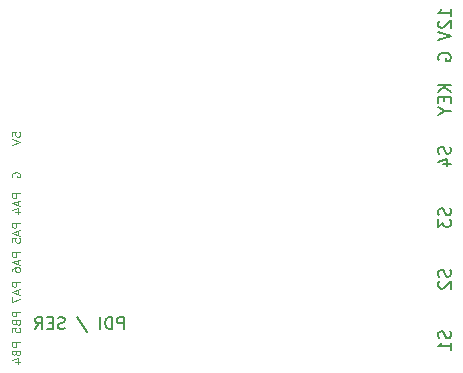
<source format=gbr>
%TF.GenerationSoftware,KiCad,Pcbnew,8.0.5*%
%TF.CreationDate,2024-10-20T23:26:53-04:00*%
%TF.ProjectId,Sequencer,53657175-656e-4636-9572-2e6b69636164,rev?*%
%TF.SameCoordinates,Original*%
%TF.FileFunction,Legend,Bot*%
%TF.FilePolarity,Positive*%
%FSLAX46Y46*%
G04 Gerber Fmt 4.6, Leading zero omitted, Abs format (unit mm)*
G04 Created by KiCad (PCBNEW 8.0.5) date 2024-10-20 23:26:53*
%MOMM*%
%LPD*%
G01*
G04 APERTURE LIST*
%ADD10C,0.100000*%
%ADD11C,0.150000*%
%ADD12C,0.650000*%
%ADD13O,2.100000X1.000000*%
%ADD14O,1.800000X1.000000*%
%ADD15R,1.700000X1.700000*%
%ADD16O,1.700000X1.700000*%
%ADD17C,2.100000*%
%ADD18R,2.100000X2.100000*%
%ADD19C,0.600000*%
%ADD20C,5.560000*%
G04 APERTURE END LIST*
D10*
X136709133Y-63565789D02*
X136709133Y-63232455D01*
X136709133Y-63232455D02*
X137042466Y-63199122D01*
X137042466Y-63199122D02*
X137009133Y-63232455D01*
X137009133Y-63232455D02*
X136975800Y-63299122D01*
X136975800Y-63299122D02*
X136975800Y-63465789D01*
X136975800Y-63465789D02*
X137009133Y-63532455D01*
X137009133Y-63532455D02*
X137042466Y-63565789D01*
X137042466Y-63565789D02*
X137109133Y-63599122D01*
X137109133Y-63599122D02*
X137275800Y-63599122D01*
X137275800Y-63599122D02*
X137342466Y-63565789D01*
X137342466Y-63565789D02*
X137375800Y-63532455D01*
X137375800Y-63532455D02*
X137409133Y-63465789D01*
X137409133Y-63465789D02*
X137409133Y-63299122D01*
X137409133Y-63299122D02*
X137375800Y-63232455D01*
X137375800Y-63232455D02*
X137342466Y-63199122D01*
X136709133Y-63799122D02*
X137409133Y-64032456D01*
X137409133Y-64032456D02*
X136709133Y-64265789D01*
X136742466Y-66999121D02*
X136709133Y-66932454D01*
X136709133Y-66932454D02*
X136709133Y-66832454D01*
X136709133Y-66832454D02*
X136742466Y-66732454D01*
X136742466Y-66732454D02*
X136809133Y-66665788D01*
X136809133Y-66665788D02*
X136875800Y-66632454D01*
X136875800Y-66632454D02*
X137009133Y-66599121D01*
X137009133Y-66599121D02*
X137109133Y-66599121D01*
X137109133Y-66599121D02*
X137242466Y-66632454D01*
X137242466Y-66632454D02*
X137309133Y-66665788D01*
X137309133Y-66665788D02*
X137375800Y-66732454D01*
X137375800Y-66732454D02*
X137409133Y-66832454D01*
X137409133Y-66832454D02*
X137409133Y-66899121D01*
X137409133Y-66899121D02*
X137375800Y-66999121D01*
X137375800Y-66999121D02*
X137342466Y-67032454D01*
X137342466Y-67032454D02*
X137109133Y-67032454D01*
X137109133Y-67032454D02*
X137109133Y-66899121D01*
X137409133Y-68399120D02*
X136709133Y-68399120D01*
X136709133Y-68399120D02*
X136709133Y-68665787D01*
X136709133Y-68665787D02*
X136742466Y-68732454D01*
X136742466Y-68732454D02*
X136775800Y-68765787D01*
X136775800Y-68765787D02*
X136842466Y-68799120D01*
X136842466Y-68799120D02*
X136942466Y-68799120D01*
X136942466Y-68799120D02*
X137009133Y-68765787D01*
X137009133Y-68765787D02*
X137042466Y-68732454D01*
X137042466Y-68732454D02*
X137075800Y-68665787D01*
X137075800Y-68665787D02*
X137075800Y-68399120D01*
X137209133Y-69065787D02*
X137209133Y-69399120D01*
X137409133Y-68999120D02*
X136709133Y-69232454D01*
X136709133Y-69232454D02*
X137409133Y-69465787D01*
X136942466Y-69999120D02*
X137409133Y-69999120D01*
X136675800Y-69832454D02*
X137175800Y-69665787D01*
X137175800Y-69665787D02*
X137175800Y-70099120D01*
X137409133Y-70899120D02*
X136709133Y-70899120D01*
X136709133Y-70899120D02*
X136709133Y-71165787D01*
X136709133Y-71165787D02*
X136742466Y-71232454D01*
X136742466Y-71232454D02*
X136775800Y-71265787D01*
X136775800Y-71265787D02*
X136842466Y-71299120D01*
X136842466Y-71299120D02*
X136942466Y-71299120D01*
X136942466Y-71299120D02*
X137009133Y-71265787D01*
X137009133Y-71265787D02*
X137042466Y-71232454D01*
X137042466Y-71232454D02*
X137075800Y-71165787D01*
X137075800Y-71165787D02*
X137075800Y-70899120D01*
X137209133Y-71565787D02*
X137209133Y-71899120D01*
X137409133Y-71499120D02*
X136709133Y-71732454D01*
X136709133Y-71732454D02*
X137409133Y-71965787D01*
X136709133Y-72532454D02*
X136709133Y-72199120D01*
X136709133Y-72199120D02*
X137042466Y-72165787D01*
X137042466Y-72165787D02*
X137009133Y-72199120D01*
X137009133Y-72199120D02*
X136975800Y-72265787D01*
X136975800Y-72265787D02*
X136975800Y-72432454D01*
X136975800Y-72432454D02*
X137009133Y-72499120D01*
X137009133Y-72499120D02*
X137042466Y-72532454D01*
X137042466Y-72532454D02*
X137109133Y-72565787D01*
X137109133Y-72565787D02*
X137275800Y-72565787D01*
X137275800Y-72565787D02*
X137342466Y-72532454D01*
X137342466Y-72532454D02*
X137375800Y-72499120D01*
X137375800Y-72499120D02*
X137409133Y-72432454D01*
X137409133Y-72432454D02*
X137409133Y-72265787D01*
X137409133Y-72265787D02*
X137375800Y-72199120D01*
X137375800Y-72199120D02*
X137342466Y-72165787D01*
X137409133Y-73399120D02*
X136709133Y-73399120D01*
X136709133Y-73399120D02*
X136709133Y-73665787D01*
X136709133Y-73665787D02*
X136742466Y-73732454D01*
X136742466Y-73732454D02*
X136775800Y-73765787D01*
X136775800Y-73765787D02*
X136842466Y-73799120D01*
X136842466Y-73799120D02*
X136942466Y-73799120D01*
X136942466Y-73799120D02*
X137009133Y-73765787D01*
X137009133Y-73765787D02*
X137042466Y-73732454D01*
X137042466Y-73732454D02*
X137075800Y-73665787D01*
X137075800Y-73665787D02*
X137075800Y-73399120D01*
X137209133Y-74065787D02*
X137209133Y-74399120D01*
X137409133Y-73999120D02*
X136709133Y-74232454D01*
X136709133Y-74232454D02*
X137409133Y-74465787D01*
X136709133Y-74999120D02*
X136709133Y-74865787D01*
X136709133Y-74865787D02*
X136742466Y-74799120D01*
X136742466Y-74799120D02*
X136775800Y-74765787D01*
X136775800Y-74765787D02*
X136875800Y-74699120D01*
X136875800Y-74699120D02*
X137009133Y-74665787D01*
X137009133Y-74665787D02*
X137275800Y-74665787D01*
X137275800Y-74665787D02*
X137342466Y-74699120D01*
X137342466Y-74699120D02*
X137375800Y-74732454D01*
X137375800Y-74732454D02*
X137409133Y-74799120D01*
X137409133Y-74799120D02*
X137409133Y-74932454D01*
X137409133Y-74932454D02*
X137375800Y-74999120D01*
X137375800Y-74999120D02*
X137342466Y-75032454D01*
X137342466Y-75032454D02*
X137275800Y-75065787D01*
X137275800Y-75065787D02*
X137109133Y-75065787D01*
X137109133Y-75065787D02*
X137042466Y-75032454D01*
X137042466Y-75032454D02*
X137009133Y-74999120D01*
X137009133Y-74999120D02*
X136975800Y-74932454D01*
X136975800Y-74932454D02*
X136975800Y-74799120D01*
X136975800Y-74799120D02*
X137009133Y-74732454D01*
X137009133Y-74732454D02*
X137042466Y-74699120D01*
X137042466Y-74699120D02*
X137109133Y-74665787D01*
X137409133Y-75899120D02*
X136709133Y-75899120D01*
X136709133Y-75899120D02*
X136709133Y-76165787D01*
X136709133Y-76165787D02*
X136742466Y-76232454D01*
X136742466Y-76232454D02*
X136775800Y-76265787D01*
X136775800Y-76265787D02*
X136842466Y-76299120D01*
X136842466Y-76299120D02*
X136942466Y-76299120D01*
X136942466Y-76299120D02*
X137009133Y-76265787D01*
X137009133Y-76265787D02*
X137042466Y-76232454D01*
X137042466Y-76232454D02*
X137075800Y-76165787D01*
X137075800Y-76165787D02*
X137075800Y-75899120D01*
X137209133Y-76565787D02*
X137209133Y-76899120D01*
X137409133Y-76499120D02*
X136709133Y-76732454D01*
X136709133Y-76732454D02*
X137409133Y-76965787D01*
X136709133Y-77132454D02*
X136709133Y-77599120D01*
X136709133Y-77599120D02*
X137409133Y-77299120D01*
X137409133Y-78399120D02*
X136709133Y-78399120D01*
X136709133Y-78399120D02*
X136709133Y-78665787D01*
X136709133Y-78665787D02*
X136742466Y-78732454D01*
X136742466Y-78732454D02*
X136775800Y-78765787D01*
X136775800Y-78765787D02*
X136842466Y-78799120D01*
X136842466Y-78799120D02*
X136942466Y-78799120D01*
X136942466Y-78799120D02*
X137009133Y-78765787D01*
X137009133Y-78765787D02*
X137042466Y-78732454D01*
X137042466Y-78732454D02*
X137075800Y-78665787D01*
X137075800Y-78665787D02*
X137075800Y-78399120D01*
X137042466Y-79332454D02*
X137075800Y-79432454D01*
X137075800Y-79432454D02*
X137109133Y-79465787D01*
X137109133Y-79465787D02*
X137175800Y-79499120D01*
X137175800Y-79499120D02*
X137275800Y-79499120D01*
X137275800Y-79499120D02*
X137342466Y-79465787D01*
X137342466Y-79465787D02*
X137375800Y-79432454D01*
X137375800Y-79432454D02*
X137409133Y-79365787D01*
X137409133Y-79365787D02*
X137409133Y-79099120D01*
X137409133Y-79099120D02*
X136709133Y-79099120D01*
X136709133Y-79099120D02*
X136709133Y-79332454D01*
X136709133Y-79332454D02*
X136742466Y-79399120D01*
X136742466Y-79399120D02*
X136775800Y-79432454D01*
X136775800Y-79432454D02*
X136842466Y-79465787D01*
X136842466Y-79465787D02*
X136909133Y-79465787D01*
X136909133Y-79465787D02*
X136975800Y-79432454D01*
X136975800Y-79432454D02*
X137009133Y-79399120D01*
X137009133Y-79399120D02*
X137042466Y-79332454D01*
X137042466Y-79332454D02*
X137042466Y-79099120D01*
X136709133Y-80132454D02*
X136709133Y-79799120D01*
X136709133Y-79799120D02*
X137042466Y-79765787D01*
X137042466Y-79765787D02*
X137009133Y-79799120D01*
X137009133Y-79799120D02*
X136975800Y-79865787D01*
X136975800Y-79865787D02*
X136975800Y-80032454D01*
X136975800Y-80032454D02*
X137009133Y-80099120D01*
X137009133Y-80099120D02*
X137042466Y-80132454D01*
X137042466Y-80132454D02*
X137109133Y-80165787D01*
X137109133Y-80165787D02*
X137275800Y-80165787D01*
X137275800Y-80165787D02*
X137342466Y-80132454D01*
X137342466Y-80132454D02*
X137375800Y-80099120D01*
X137375800Y-80099120D02*
X137409133Y-80032454D01*
X137409133Y-80032454D02*
X137409133Y-79865787D01*
X137409133Y-79865787D02*
X137375800Y-79799120D01*
X137375800Y-79799120D02*
X137342466Y-79765787D01*
X137409133Y-80999120D02*
X136709133Y-80999120D01*
X136709133Y-80999120D02*
X136709133Y-81265787D01*
X136709133Y-81265787D02*
X136742466Y-81332454D01*
X136742466Y-81332454D02*
X136775800Y-81365787D01*
X136775800Y-81365787D02*
X136842466Y-81399120D01*
X136842466Y-81399120D02*
X136942466Y-81399120D01*
X136942466Y-81399120D02*
X137009133Y-81365787D01*
X137009133Y-81365787D02*
X137042466Y-81332454D01*
X137042466Y-81332454D02*
X137075800Y-81265787D01*
X137075800Y-81265787D02*
X137075800Y-80999120D01*
X137042466Y-81932454D02*
X137075800Y-82032454D01*
X137075800Y-82032454D02*
X137109133Y-82065787D01*
X137109133Y-82065787D02*
X137175800Y-82099120D01*
X137175800Y-82099120D02*
X137275800Y-82099120D01*
X137275800Y-82099120D02*
X137342466Y-82065787D01*
X137342466Y-82065787D02*
X137375800Y-82032454D01*
X137375800Y-82032454D02*
X137409133Y-81965787D01*
X137409133Y-81965787D02*
X137409133Y-81699120D01*
X137409133Y-81699120D02*
X136709133Y-81699120D01*
X136709133Y-81699120D02*
X136709133Y-81932454D01*
X136709133Y-81932454D02*
X136742466Y-81999120D01*
X136742466Y-81999120D02*
X136775800Y-82032454D01*
X136775800Y-82032454D02*
X136842466Y-82065787D01*
X136842466Y-82065787D02*
X136909133Y-82065787D01*
X136909133Y-82065787D02*
X136975800Y-82032454D01*
X136975800Y-82032454D02*
X137009133Y-81999120D01*
X137009133Y-81999120D02*
X137042466Y-81932454D01*
X137042466Y-81932454D02*
X137042466Y-81699120D01*
X136942466Y-82699120D02*
X137409133Y-82699120D01*
X136675800Y-82532454D02*
X137175800Y-82365787D01*
X137175800Y-82365787D02*
X137175800Y-82799120D01*
D11*
X146163220Y-79869819D02*
X146163220Y-78869819D01*
X146163220Y-78869819D02*
X145782268Y-78869819D01*
X145782268Y-78869819D02*
X145687030Y-78917438D01*
X145687030Y-78917438D02*
X145639411Y-78965057D01*
X145639411Y-78965057D02*
X145591792Y-79060295D01*
X145591792Y-79060295D02*
X145591792Y-79203152D01*
X145591792Y-79203152D02*
X145639411Y-79298390D01*
X145639411Y-79298390D02*
X145687030Y-79346009D01*
X145687030Y-79346009D02*
X145782268Y-79393628D01*
X145782268Y-79393628D02*
X146163220Y-79393628D01*
X145163220Y-79869819D02*
X145163220Y-78869819D01*
X145163220Y-78869819D02*
X144925125Y-78869819D01*
X144925125Y-78869819D02*
X144782268Y-78917438D01*
X144782268Y-78917438D02*
X144687030Y-79012676D01*
X144687030Y-79012676D02*
X144639411Y-79107914D01*
X144639411Y-79107914D02*
X144591792Y-79298390D01*
X144591792Y-79298390D02*
X144591792Y-79441247D01*
X144591792Y-79441247D02*
X144639411Y-79631723D01*
X144639411Y-79631723D02*
X144687030Y-79726961D01*
X144687030Y-79726961D02*
X144782268Y-79822200D01*
X144782268Y-79822200D02*
X144925125Y-79869819D01*
X144925125Y-79869819D02*
X145163220Y-79869819D01*
X144163220Y-79869819D02*
X144163220Y-78869819D01*
X142210840Y-78822200D02*
X143067982Y-80107914D01*
X141163220Y-79822200D02*
X141020363Y-79869819D01*
X141020363Y-79869819D02*
X140782268Y-79869819D01*
X140782268Y-79869819D02*
X140687030Y-79822200D01*
X140687030Y-79822200D02*
X140639411Y-79774580D01*
X140639411Y-79774580D02*
X140591792Y-79679342D01*
X140591792Y-79679342D02*
X140591792Y-79584104D01*
X140591792Y-79584104D02*
X140639411Y-79488866D01*
X140639411Y-79488866D02*
X140687030Y-79441247D01*
X140687030Y-79441247D02*
X140782268Y-79393628D01*
X140782268Y-79393628D02*
X140972744Y-79346009D01*
X140972744Y-79346009D02*
X141067982Y-79298390D01*
X141067982Y-79298390D02*
X141115601Y-79250771D01*
X141115601Y-79250771D02*
X141163220Y-79155533D01*
X141163220Y-79155533D02*
X141163220Y-79060295D01*
X141163220Y-79060295D02*
X141115601Y-78965057D01*
X141115601Y-78965057D02*
X141067982Y-78917438D01*
X141067982Y-78917438D02*
X140972744Y-78869819D01*
X140972744Y-78869819D02*
X140734649Y-78869819D01*
X140734649Y-78869819D02*
X140591792Y-78917438D01*
X140163220Y-79346009D02*
X139829887Y-79346009D01*
X139687030Y-79869819D02*
X140163220Y-79869819D01*
X140163220Y-79869819D02*
X140163220Y-78869819D01*
X140163220Y-78869819D02*
X139687030Y-78869819D01*
X138687030Y-79869819D02*
X139020363Y-79393628D01*
X139258458Y-79869819D02*
X139258458Y-78869819D01*
X139258458Y-78869819D02*
X138877506Y-78869819D01*
X138877506Y-78869819D02*
X138782268Y-78917438D01*
X138782268Y-78917438D02*
X138734649Y-78965057D01*
X138734649Y-78965057D02*
X138687030Y-79060295D01*
X138687030Y-79060295D02*
X138687030Y-79203152D01*
X138687030Y-79203152D02*
X138734649Y-79298390D01*
X138734649Y-79298390D02*
X138782268Y-79346009D01*
X138782268Y-79346009D02*
X138877506Y-79393628D01*
X138877506Y-79393628D02*
X139258458Y-79393628D01*
X173863700Y-53398684D02*
X173863700Y-52798684D01*
X173863700Y-53098684D02*
X172813700Y-53098684D01*
X172813700Y-53098684D02*
X172963700Y-52998684D01*
X172963700Y-52998684D02*
X173063700Y-52898684D01*
X173063700Y-52898684D02*
X173113700Y-52798684D01*
X172913700Y-53798684D02*
X172863700Y-53848684D01*
X172863700Y-53848684D02*
X172813700Y-53948684D01*
X172813700Y-53948684D02*
X172813700Y-54198684D01*
X172813700Y-54198684D02*
X172863700Y-54298684D01*
X172863700Y-54298684D02*
X172913700Y-54348684D01*
X172913700Y-54348684D02*
X173013700Y-54398684D01*
X173013700Y-54398684D02*
X173113700Y-54398684D01*
X173113700Y-54398684D02*
X173263700Y-54348684D01*
X173263700Y-54348684D02*
X173863700Y-53748684D01*
X173863700Y-53748684D02*
X173863700Y-54398684D01*
X172813700Y-54698684D02*
X173863700Y-55048684D01*
X173863700Y-55048684D02*
X172813700Y-55398684D01*
X172863700Y-57098684D02*
X172813700Y-56998684D01*
X172813700Y-56998684D02*
X172813700Y-56848684D01*
X172813700Y-56848684D02*
X172863700Y-56698684D01*
X172863700Y-56698684D02*
X172963700Y-56598684D01*
X172963700Y-56598684D02*
X173063700Y-56548684D01*
X173063700Y-56548684D02*
X173263700Y-56498684D01*
X173263700Y-56498684D02*
X173413700Y-56498684D01*
X173413700Y-56498684D02*
X173613700Y-56548684D01*
X173613700Y-56548684D02*
X173713700Y-56598684D01*
X173713700Y-56598684D02*
X173813700Y-56698684D01*
X173813700Y-56698684D02*
X173863700Y-56848684D01*
X173863700Y-56848684D02*
X173863700Y-56948684D01*
X173863700Y-56948684D02*
X173813700Y-57098684D01*
X173813700Y-57098684D02*
X173763700Y-57148684D01*
X173763700Y-57148684D02*
X173413700Y-57148684D01*
X173413700Y-57148684D02*
X173413700Y-56948684D01*
X173863700Y-59198684D02*
X172813700Y-59198684D01*
X173863700Y-59798684D02*
X173263700Y-59348684D01*
X172813700Y-59798684D02*
X173413700Y-59198684D01*
X173313700Y-60248684D02*
X173313700Y-60598684D01*
X173863700Y-60748684D02*
X173863700Y-60248684D01*
X173863700Y-60248684D02*
X172813700Y-60248684D01*
X172813700Y-60248684D02*
X172813700Y-60748684D01*
X173363700Y-61398684D02*
X173863700Y-61398684D01*
X172813700Y-61048684D02*
X173363700Y-61398684D01*
X173363700Y-61398684D02*
X172813700Y-61748684D01*
X173813700Y-64448684D02*
X173863700Y-64598684D01*
X173863700Y-64598684D02*
X173863700Y-64848684D01*
X173863700Y-64848684D02*
X173813700Y-64948684D01*
X173813700Y-64948684D02*
X173763700Y-64998684D01*
X173763700Y-64998684D02*
X173663700Y-65048684D01*
X173663700Y-65048684D02*
X173563700Y-65048684D01*
X173563700Y-65048684D02*
X173463700Y-64998684D01*
X173463700Y-64998684D02*
X173413700Y-64948684D01*
X173413700Y-64948684D02*
X173363700Y-64848684D01*
X173363700Y-64848684D02*
X173313700Y-64648684D01*
X173313700Y-64648684D02*
X173263700Y-64548684D01*
X173263700Y-64548684D02*
X173213700Y-64498684D01*
X173213700Y-64498684D02*
X173113700Y-64448684D01*
X173113700Y-64448684D02*
X173013700Y-64448684D01*
X173013700Y-64448684D02*
X172913700Y-64498684D01*
X172913700Y-64498684D02*
X172863700Y-64548684D01*
X172863700Y-64548684D02*
X172813700Y-64648684D01*
X172813700Y-64648684D02*
X172813700Y-64898684D01*
X172813700Y-64898684D02*
X172863700Y-65048684D01*
X173163700Y-65948684D02*
X173863700Y-65948684D01*
X172763700Y-65698684D02*
X173513700Y-65448684D01*
X173513700Y-65448684D02*
X173513700Y-66098684D01*
X173813700Y-69648684D02*
X173863700Y-69798684D01*
X173863700Y-69798684D02*
X173863700Y-70048684D01*
X173863700Y-70048684D02*
X173813700Y-70148684D01*
X173813700Y-70148684D02*
X173763700Y-70198684D01*
X173763700Y-70198684D02*
X173663700Y-70248684D01*
X173663700Y-70248684D02*
X173563700Y-70248684D01*
X173563700Y-70248684D02*
X173463700Y-70198684D01*
X173463700Y-70198684D02*
X173413700Y-70148684D01*
X173413700Y-70148684D02*
X173363700Y-70048684D01*
X173363700Y-70048684D02*
X173313700Y-69848684D01*
X173313700Y-69848684D02*
X173263700Y-69748684D01*
X173263700Y-69748684D02*
X173213700Y-69698684D01*
X173213700Y-69698684D02*
X173113700Y-69648684D01*
X173113700Y-69648684D02*
X173013700Y-69648684D01*
X173013700Y-69648684D02*
X172913700Y-69698684D01*
X172913700Y-69698684D02*
X172863700Y-69748684D01*
X172863700Y-69748684D02*
X172813700Y-69848684D01*
X172813700Y-69848684D02*
X172813700Y-70098684D01*
X172813700Y-70098684D02*
X172863700Y-70248684D01*
X172813700Y-70598684D02*
X172813700Y-71248684D01*
X172813700Y-71248684D02*
X173213700Y-70898684D01*
X173213700Y-70898684D02*
X173213700Y-71048684D01*
X173213700Y-71048684D02*
X173263700Y-71148684D01*
X173263700Y-71148684D02*
X173313700Y-71198684D01*
X173313700Y-71198684D02*
X173413700Y-71248684D01*
X173413700Y-71248684D02*
X173663700Y-71248684D01*
X173663700Y-71248684D02*
X173763700Y-71198684D01*
X173763700Y-71198684D02*
X173813700Y-71148684D01*
X173813700Y-71148684D02*
X173863700Y-71048684D01*
X173863700Y-71048684D02*
X173863700Y-70748684D01*
X173863700Y-70748684D02*
X173813700Y-70648684D01*
X173813700Y-70648684D02*
X173763700Y-70598684D01*
X173813700Y-74848684D02*
X173863700Y-74998684D01*
X173863700Y-74998684D02*
X173863700Y-75248684D01*
X173863700Y-75248684D02*
X173813700Y-75348684D01*
X173813700Y-75348684D02*
X173763700Y-75398684D01*
X173763700Y-75398684D02*
X173663700Y-75448684D01*
X173663700Y-75448684D02*
X173563700Y-75448684D01*
X173563700Y-75448684D02*
X173463700Y-75398684D01*
X173463700Y-75398684D02*
X173413700Y-75348684D01*
X173413700Y-75348684D02*
X173363700Y-75248684D01*
X173363700Y-75248684D02*
X173313700Y-75048684D01*
X173313700Y-75048684D02*
X173263700Y-74948684D01*
X173263700Y-74948684D02*
X173213700Y-74898684D01*
X173213700Y-74898684D02*
X173113700Y-74848684D01*
X173113700Y-74848684D02*
X173013700Y-74848684D01*
X173013700Y-74848684D02*
X172913700Y-74898684D01*
X172913700Y-74898684D02*
X172863700Y-74948684D01*
X172863700Y-74948684D02*
X172813700Y-75048684D01*
X172813700Y-75048684D02*
X172813700Y-75298684D01*
X172813700Y-75298684D02*
X172863700Y-75448684D01*
X172913700Y-75848684D02*
X172863700Y-75898684D01*
X172863700Y-75898684D02*
X172813700Y-75998684D01*
X172813700Y-75998684D02*
X172813700Y-76248684D01*
X172813700Y-76248684D02*
X172863700Y-76348684D01*
X172863700Y-76348684D02*
X172913700Y-76398684D01*
X172913700Y-76398684D02*
X173013700Y-76448684D01*
X173013700Y-76448684D02*
X173113700Y-76448684D01*
X173113700Y-76448684D02*
X173263700Y-76398684D01*
X173263700Y-76398684D02*
X173863700Y-75798684D01*
X173863700Y-75798684D02*
X173863700Y-76448684D01*
X173813700Y-80048684D02*
X173863700Y-80198684D01*
X173863700Y-80198684D02*
X173863700Y-80448684D01*
X173863700Y-80448684D02*
X173813700Y-80548684D01*
X173813700Y-80548684D02*
X173763700Y-80598684D01*
X173763700Y-80598684D02*
X173663700Y-80648684D01*
X173663700Y-80648684D02*
X173563700Y-80648684D01*
X173563700Y-80648684D02*
X173463700Y-80598684D01*
X173463700Y-80598684D02*
X173413700Y-80548684D01*
X173413700Y-80548684D02*
X173363700Y-80448684D01*
X173363700Y-80448684D02*
X173313700Y-80248684D01*
X173313700Y-80248684D02*
X173263700Y-80148684D01*
X173263700Y-80148684D02*
X173213700Y-80098684D01*
X173213700Y-80098684D02*
X173113700Y-80048684D01*
X173113700Y-80048684D02*
X173013700Y-80048684D01*
X173013700Y-80048684D02*
X172913700Y-80098684D01*
X172913700Y-80098684D02*
X172863700Y-80148684D01*
X172863700Y-80148684D02*
X172813700Y-80248684D01*
X172813700Y-80248684D02*
X172813700Y-80498684D01*
X172813700Y-80498684D02*
X172863700Y-80648684D01*
X173863700Y-81648684D02*
X173863700Y-81048684D01*
X173863700Y-81348684D02*
X172813700Y-81348684D01*
X172813700Y-81348684D02*
X172963700Y-81248684D01*
X172963700Y-81248684D02*
X173063700Y-81148684D01*
X173063700Y-81148684D02*
X173113700Y-81048684D01*
%LPC*%
D12*
%TO.C,J3*%
X139180000Y-53930000D03*
X139180000Y-59710000D03*
D13*
X139700000Y-52500000D03*
D14*
X135500000Y-52500000D03*
D13*
X139700000Y-61140000D03*
D14*
X135500000Y-61140000D03*
%TD*%
D15*
%TO.C,J4*%
X135000000Y-64260000D03*
D16*
X135000000Y-66800000D03*
X135000000Y-69340000D03*
X135000000Y-71880000D03*
X135000000Y-74420000D03*
X135000000Y-76960000D03*
X135000000Y-79500000D03*
X135000000Y-82040000D03*
%TD*%
D15*
%TO.C,J2*%
X145000000Y-81500000D03*
D16*
X142460000Y-81500000D03*
X139920000Y-81500000D03*
%TD*%
D17*
%TO.C,J1*%
X175500000Y-81940000D03*
X175500000Y-79400000D03*
X175500000Y-76860000D03*
X175500000Y-74320000D03*
X175500000Y-71780000D03*
X175500000Y-69240000D03*
X175500000Y-66700000D03*
X175500000Y-64160000D03*
X175500000Y-61620000D03*
X175500000Y-59080000D03*
X175500000Y-56540000D03*
D18*
X175500000Y-54000000D03*
%TD*%
D19*
X145500000Y-60500000D03*
X163600000Y-67500000D03*
X166500000Y-50250000D03*
X165000000Y-51000000D03*
X160750000Y-62500000D03*
X168000000Y-51000000D03*
X151760960Y-69454280D03*
X154500000Y-80500000D03*
X168000000Y-53250000D03*
X143325000Y-60500000D03*
X163600000Y-77000000D03*
X145500000Y-53000000D03*
X166500000Y-55850626D03*
X160376814Y-59209314D03*
X166500000Y-58000000D03*
X149000000Y-58225000D03*
X152425000Y-64500000D03*
X165000000Y-51750000D03*
D20*
X151000000Y-80500000D03*
D19*
X165000000Y-52500000D03*
X163505000Y-72250000D03*
X160500000Y-51250000D03*
X147000000Y-51500000D03*
X165750000Y-50250000D03*
X168000000Y-52500000D03*
X168000000Y-51750000D03*
X165000000Y-53250000D03*
X163500000Y-81750000D03*
X167250000Y-50250000D03*
X143325000Y-53500000D03*
D20*
X151000000Y-52750000D03*
D19*
X154366600Y-60000000D03*
X157000000Y-60000000D03*
X156000000Y-74576200D03*
X156000000Y-71473800D03*
X161011814Y-56357200D03*
X161011814Y-54500000D03*
X154891987Y-56051301D03*
X157000000Y-58159314D03*
X141944069Y-57624461D03*
X141919608Y-55900000D03*
X157000000Y-74131000D03*
X157000000Y-71473800D03*
X150000000Y-74500000D03*
X151500000Y-74500000D03*
X155017565Y-74576200D03*
X155017565Y-70667565D03*
%LPD*%
M02*

</source>
